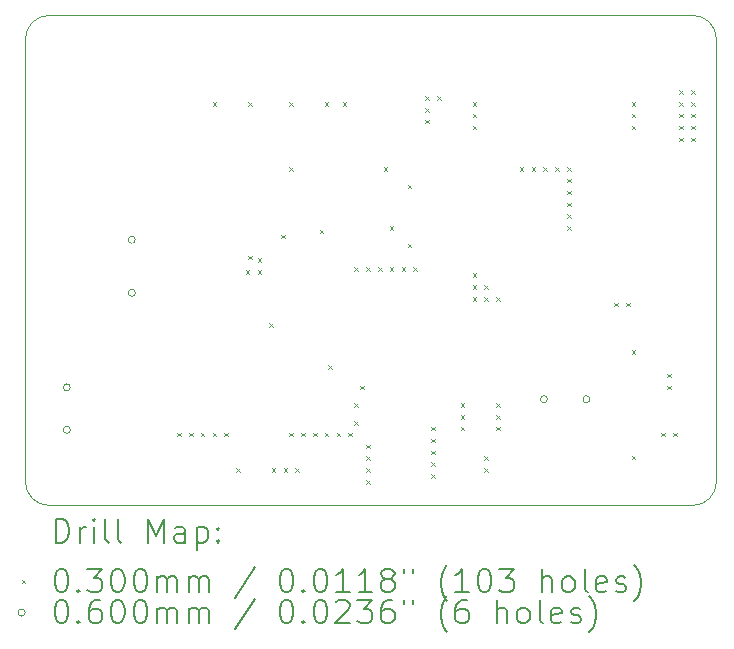
<source format=gbr>
%TF.GenerationSoftware,KiCad,Pcbnew,9.0.3*%
%TF.CreationDate,2025-09-14T12:06:08+10:00*%
%TF.ProjectId,WashingLineMonitor-P0001,57617368-696e-4674-9c69-6e654d6f6e69,AB*%
%TF.SameCoordinates,Original*%
%TF.FileFunction,Drillmap*%
%TF.FilePolarity,Positive*%
%FSLAX45Y45*%
G04 Gerber Fmt 4.5, Leading zero omitted, Abs format (unit mm)*
G04 Created by KiCad (PCBNEW 9.0.3) date 2025-09-14 12:06:08*
%MOMM*%
%LPD*%
G01*
G04 APERTURE LIST*
%ADD10C,0.050000*%
%ADD11C,0.200000*%
%ADD12C,0.100000*%
G04 APERTURE END LIST*
D10*
X3700000Y-1600000D02*
G75*
G02*
X3900000Y-1400000I200000J0D01*
G01*
X3900000Y-5550000D02*
G75*
G02*
X3700000Y-5350000I0J200000D01*
G01*
X9350000Y-5550000D02*
X3900000Y-5550000D01*
X9550000Y-1600000D02*
X9550000Y-5350000D01*
X9550000Y-5350000D02*
G75*
G02*
X9350000Y-5550000I-200000J0D01*
G01*
X3900000Y-1400000D02*
X9350000Y-1400000D01*
X3700000Y-5350000D02*
X3700000Y-1600000D01*
X9350000Y-1400000D02*
G75*
G02*
X9550000Y-1600000I0J-200000D01*
G01*
D11*
D12*
X4985000Y-4935000D02*
X5015000Y-4965000D01*
X5015000Y-4935000D02*
X4985000Y-4965000D01*
X5085000Y-4935000D02*
X5115000Y-4965000D01*
X5115000Y-4935000D02*
X5085000Y-4965000D01*
X5185000Y-4935000D02*
X5215000Y-4965000D01*
X5215000Y-4935000D02*
X5185000Y-4965000D01*
X5285000Y-2135000D02*
X5315000Y-2165000D01*
X5315000Y-2135000D02*
X5285000Y-2165000D01*
X5285000Y-4935000D02*
X5315000Y-4965000D01*
X5315000Y-4935000D02*
X5285000Y-4965000D01*
X5385000Y-4935000D02*
X5415000Y-4965000D01*
X5415000Y-4935000D02*
X5385000Y-4965000D01*
X5485000Y-5235000D02*
X5515000Y-5265000D01*
X5515000Y-5235000D02*
X5485000Y-5265000D01*
X5565000Y-3556000D02*
X5595000Y-3586000D01*
X5595000Y-3556000D02*
X5565000Y-3586000D01*
X5585000Y-2135000D02*
X5615000Y-2165000D01*
X5615000Y-2135000D02*
X5585000Y-2165000D01*
X5585000Y-3435000D02*
X5615000Y-3465000D01*
X5615000Y-3435000D02*
X5585000Y-3465000D01*
X5665000Y-3456000D02*
X5695000Y-3486000D01*
X5695000Y-3456000D02*
X5665000Y-3486000D01*
X5665000Y-3556000D02*
X5695000Y-3586000D01*
X5695000Y-3556000D02*
X5665000Y-3586000D01*
X5765000Y-4006000D02*
X5795000Y-4036000D01*
X5795000Y-4006000D02*
X5765000Y-4036000D01*
X5785000Y-5235000D02*
X5815000Y-5265000D01*
X5815000Y-5235000D02*
X5785000Y-5265000D01*
X5865000Y-3256000D02*
X5895000Y-3286000D01*
X5895000Y-3256000D02*
X5865000Y-3286000D01*
X5885000Y-5235000D02*
X5915000Y-5265000D01*
X5915000Y-5235000D02*
X5885000Y-5265000D01*
X5935000Y-2135000D02*
X5965000Y-2165000D01*
X5965000Y-2135000D02*
X5935000Y-2165000D01*
X5935000Y-2685000D02*
X5965000Y-2715000D01*
X5965000Y-2685000D02*
X5935000Y-2715000D01*
X5935000Y-4935000D02*
X5965000Y-4965000D01*
X5965000Y-4935000D02*
X5935000Y-4965000D01*
X5985000Y-5235000D02*
X6015000Y-5265000D01*
X6015000Y-5235000D02*
X5985000Y-5265000D01*
X6035000Y-4935000D02*
X6065000Y-4965000D01*
X6065000Y-4935000D02*
X6035000Y-4965000D01*
X6135000Y-4935000D02*
X6165000Y-4965000D01*
X6165000Y-4935000D02*
X6135000Y-4965000D01*
X6190626Y-3214226D02*
X6220626Y-3244226D01*
X6220626Y-3214226D02*
X6190626Y-3244226D01*
X6235000Y-2135000D02*
X6265000Y-2165000D01*
X6265000Y-2135000D02*
X6235000Y-2165000D01*
X6235000Y-4935000D02*
X6265000Y-4965000D01*
X6265000Y-4935000D02*
X6235000Y-4965000D01*
X6265000Y-4363500D02*
X6295000Y-4393500D01*
X6295000Y-4363500D02*
X6265000Y-4393500D01*
X6335000Y-4935000D02*
X6365000Y-4965000D01*
X6365000Y-4935000D02*
X6335000Y-4965000D01*
X6385000Y-2135000D02*
X6415000Y-2165000D01*
X6415000Y-2135000D02*
X6385000Y-2165000D01*
X6435000Y-4935000D02*
X6465000Y-4965000D01*
X6465000Y-4935000D02*
X6435000Y-4965000D01*
X6485000Y-3535000D02*
X6515000Y-3565000D01*
X6515000Y-3535000D02*
X6485000Y-3565000D01*
X6485000Y-4685000D02*
X6515000Y-4715000D01*
X6515000Y-4685000D02*
X6485000Y-4715000D01*
X6485000Y-4835000D02*
X6515000Y-4865000D01*
X6515000Y-4835000D02*
X6485000Y-4865000D01*
X6535000Y-4535000D02*
X6565000Y-4565000D01*
X6565000Y-4535000D02*
X6535000Y-4565000D01*
X6585000Y-3535000D02*
X6615000Y-3565000D01*
X6615000Y-3535000D02*
X6585000Y-3565000D01*
X6585000Y-5035000D02*
X6615000Y-5065000D01*
X6615000Y-5035000D02*
X6585000Y-5065000D01*
X6585000Y-5135000D02*
X6615000Y-5165000D01*
X6615000Y-5135000D02*
X6585000Y-5165000D01*
X6585000Y-5235000D02*
X6615000Y-5265000D01*
X6615000Y-5235000D02*
X6585000Y-5265000D01*
X6585000Y-5335000D02*
X6615000Y-5365000D01*
X6615000Y-5335000D02*
X6585000Y-5365000D01*
X6685000Y-3535000D02*
X6715000Y-3565000D01*
X6715000Y-3535000D02*
X6685000Y-3565000D01*
X6735000Y-2685000D02*
X6765000Y-2715000D01*
X6765000Y-2685000D02*
X6735000Y-2715000D01*
X6785000Y-3185000D02*
X6815000Y-3215000D01*
X6815000Y-3185000D02*
X6785000Y-3215000D01*
X6785000Y-3535000D02*
X6815000Y-3565000D01*
X6815000Y-3535000D02*
X6785000Y-3565000D01*
X6885000Y-3535000D02*
X6915000Y-3565000D01*
X6915000Y-3535000D02*
X6885000Y-3565000D01*
X6935000Y-2835000D02*
X6965000Y-2865000D01*
X6965000Y-2835000D02*
X6935000Y-2865000D01*
X6935000Y-3335000D02*
X6965000Y-3365000D01*
X6965000Y-3335000D02*
X6935000Y-3365000D01*
X6985000Y-3535000D02*
X7015000Y-3565000D01*
X7015000Y-3535000D02*
X6985000Y-3565000D01*
X7085000Y-2085000D02*
X7115000Y-2115000D01*
X7115000Y-2085000D02*
X7085000Y-2115000D01*
X7085000Y-2185000D02*
X7115000Y-2215000D01*
X7115000Y-2185000D02*
X7085000Y-2215000D01*
X7085000Y-2285000D02*
X7115000Y-2315000D01*
X7115000Y-2285000D02*
X7085000Y-2315000D01*
X7135000Y-4885000D02*
X7165000Y-4915000D01*
X7165000Y-4885000D02*
X7135000Y-4915000D01*
X7135000Y-4985000D02*
X7165000Y-5015000D01*
X7165000Y-4985000D02*
X7135000Y-5015000D01*
X7135000Y-5085000D02*
X7165000Y-5115000D01*
X7165000Y-5085000D02*
X7135000Y-5115000D01*
X7135000Y-5185000D02*
X7165000Y-5215000D01*
X7165000Y-5185000D02*
X7135000Y-5215000D01*
X7135000Y-5285000D02*
X7165000Y-5315000D01*
X7165000Y-5285000D02*
X7135000Y-5315000D01*
X7185000Y-2085000D02*
X7215000Y-2115000D01*
X7215000Y-2085000D02*
X7185000Y-2115000D01*
X7385000Y-4685000D02*
X7415000Y-4715000D01*
X7415000Y-4685000D02*
X7385000Y-4715000D01*
X7385000Y-4785000D02*
X7415000Y-4815000D01*
X7415000Y-4785000D02*
X7385000Y-4815000D01*
X7385000Y-4885000D02*
X7415000Y-4915000D01*
X7415000Y-4885000D02*
X7385000Y-4915000D01*
X7485000Y-2135000D02*
X7515000Y-2165000D01*
X7515000Y-2135000D02*
X7485000Y-2165000D01*
X7485000Y-2235000D02*
X7515000Y-2265000D01*
X7515000Y-2235000D02*
X7485000Y-2265000D01*
X7485000Y-2335000D02*
X7515000Y-2365000D01*
X7515000Y-2335000D02*
X7485000Y-2365000D01*
X7485000Y-3585000D02*
X7515000Y-3615000D01*
X7515000Y-3585000D02*
X7485000Y-3615000D01*
X7485000Y-3685000D02*
X7515000Y-3715000D01*
X7515000Y-3685000D02*
X7485000Y-3715000D01*
X7485000Y-3785000D02*
X7515000Y-3815000D01*
X7515000Y-3785000D02*
X7485000Y-3815000D01*
X7585000Y-3685000D02*
X7615000Y-3715000D01*
X7615000Y-3685000D02*
X7585000Y-3715000D01*
X7585000Y-3785000D02*
X7615000Y-3815000D01*
X7615000Y-3785000D02*
X7585000Y-3815000D01*
X7585000Y-5135000D02*
X7615000Y-5165000D01*
X7615000Y-5135000D02*
X7585000Y-5165000D01*
X7585000Y-5235000D02*
X7615000Y-5265000D01*
X7615000Y-5235000D02*
X7585000Y-5265000D01*
X7685000Y-3785000D02*
X7715000Y-3815000D01*
X7715000Y-3785000D02*
X7685000Y-3815000D01*
X7685000Y-4685000D02*
X7715000Y-4715000D01*
X7715000Y-4685000D02*
X7685000Y-4715000D01*
X7685000Y-4785000D02*
X7715000Y-4815000D01*
X7715000Y-4785000D02*
X7685000Y-4815000D01*
X7685000Y-4885000D02*
X7715000Y-4915000D01*
X7715000Y-4885000D02*
X7685000Y-4915000D01*
X7885000Y-2685000D02*
X7915000Y-2715000D01*
X7915000Y-2685000D02*
X7885000Y-2715000D01*
X7985000Y-2685000D02*
X8015000Y-2715000D01*
X8015000Y-2685000D02*
X7985000Y-2715000D01*
X8085000Y-2685000D02*
X8115000Y-2715000D01*
X8115000Y-2685000D02*
X8085000Y-2715000D01*
X8185000Y-2685000D02*
X8215000Y-2715000D01*
X8215000Y-2685000D02*
X8185000Y-2715000D01*
X8285000Y-2685000D02*
X8315000Y-2715000D01*
X8315000Y-2685000D02*
X8285000Y-2715000D01*
X8285000Y-2785000D02*
X8315000Y-2815000D01*
X8315000Y-2785000D02*
X8285000Y-2815000D01*
X8285000Y-2885000D02*
X8315000Y-2915000D01*
X8315000Y-2885000D02*
X8285000Y-2915000D01*
X8285000Y-2985000D02*
X8315000Y-3015000D01*
X8315000Y-2985000D02*
X8285000Y-3015000D01*
X8285000Y-3085000D02*
X8315000Y-3115000D01*
X8315000Y-3085000D02*
X8285000Y-3115000D01*
X8285000Y-3185000D02*
X8315000Y-3215000D01*
X8315000Y-3185000D02*
X8285000Y-3215000D01*
X8685000Y-3835000D02*
X8715000Y-3865000D01*
X8715000Y-3835000D02*
X8685000Y-3865000D01*
X8785000Y-3835000D02*
X8815000Y-3865000D01*
X8815000Y-3835000D02*
X8785000Y-3865000D01*
X8835000Y-2135000D02*
X8865000Y-2165000D01*
X8865000Y-2135000D02*
X8835000Y-2165000D01*
X8835000Y-2235000D02*
X8865000Y-2265000D01*
X8865000Y-2235000D02*
X8835000Y-2265000D01*
X8835000Y-2335000D02*
X8865000Y-2365000D01*
X8865000Y-2335000D02*
X8835000Y-2365000D01*
X8835000Y-4235000D02*
X8865000Y-4265000D01*
X8865000Y-4235000D02*
X8835000Y-4265000D01*
X8835000Y-5130000D02*
X8865000Y-5160000D01*
X8865000Y-5130000D02*
X8835000Y-5160000D01*
X9085000Y-4935000D02*
X9115000Y-4965000D01*
X9115000Y-4935000D02*
X9085000Y-4965000D01*
X9135000Y-4435000D02*
X9165000Y-4465000D01*
X9165000Y-4435000D02*
X9135000Y-4465000D01*
X9135000Y-4535000D02*
X9165000Y-4565000D01*
X9165000Y-4535000D02*
X9135000Y-4565000D01*
X9185000Y-4935000D02*
X9215000Y-4965000D01*
X9215000Y-4935000D02*
X9185000Y-4965000D01*
X9235000Y-2035000D02*
X9265000Y-2065000D01*
X9265000Y-2035000D02*
X9235000Y-2065000D01*
X9235000Y-2135000D02*
X9265000Y-2165000D01*
X9265000Y-2135000D02*
X9235000Y-2165000D01*
X9235000Y-2235000D02*
X9265000Y-2265000D01*
X9265000Y-2235000D02*
X9235000Y-2265000D01*
X9235000Y-2335000D02*
X9265000Y-2365000D01*
X9265000Y-2335000D02*
X9235000Y-2365000D01*
X9235000Y-2435000D02*
X9265000Y-2465000D01*
X9265000Y-2435000D02*
X9235000Y-2465000D01*
X9335000Y-2035000D02*
X9365000Y-2065000D01*
X9365000Y-2035000D02*
X9335000Y-2065000D01*
X9335000Y-2135000D02*
X9365000Y-2165000D01*
X9365000Y-2135000D02*
X9335000Y-2165000D01*
X9335000Y-2235000D02*
X9365000Y-2265000D01*
X9365000Y-2235000D02*
X9335000Y-2265000D01*
X9335000Y-2335000D02*
X9365000Y-2365000D01*
X9365000Y-2335000D02*
X9335000Y-2365000D01*
X9335000Y-2435000D02*
X9365000Y-2465000D01*
X9365000Y-2435000D02*
X9335000Y-2465000D01*
X4080000Y-4550000D02*
G75*
G02*
X4020000Y-4550000I-30000J0D01*
G01*
X4020000Y-4550000D02*
G75*
G02*
X4080000Y-4550000I30000J0D01*
G01*
X4080000Y-4910000D02*
G75*
G02*
X4020000Y-4910000I-30000J0D01*
G01*
X4020000Y-4910000D02*
G75*
G02*
X4080000Y-4910000I30000J0D01*
G01*
X4630000Y-3300000D02*
G75*
G02*
X4570000Y-3300000I-30000J0D01*
G01*
X4570000Y-3300000D02*
G75*
G02*
X4630000Y-3300000I30000J0D01*
G01*
X4630000Y-3750000D02*
G75*
G02*
X4570000Y-3750000I-30000J0D01*
G01*
X4570000Y-3750000D02*
G75*
G02*
X4630000Y-3750000I30000J0D01*
G01*
X8120000Y-4650000D02*
G75*
G02*
X8060000Y-4650000I-30000J0D01*
G01*
X8060000Y-4650000D02*
G75*
G02*
X8120000Y-4650000I30000J0D01*
G01*
X8480000Y-4650000D02*
G75*
G02*
X8420000Y-4650000I-30000J0D01*
G01*
X8420000Y-4650000D02*
G75*
G02*
X8480000Y-4650000I30000J0D01*
G01*
D11*
X3958277Y-5863984D02*
X3958277Y-5663984D01*
X3958277Y-5663984D02*
X4005896Y-5663984D01*
X4005896Y-5663984D02*
X4034467Y-5673508D01*
X4034467Y-5673508D02*
X4053515Y-5692555D01*
X4053515Y-5692555D02*
X4063039Y-5711603D01*
X4063039Y-5711603D02*
X4072562Y-5749698D01*
X4072562Y-5749698D02*
X4072562Y-5778269D01*
X4072562Y-5778269D02*
X4063039Y-5816365D01*
X4063039Y-5816365D02*
X4053515Y-5835412D01*
X4053515Y-5835412D02*
X4034467Y-5854460D01*
X4034467Y-5854460D02*
X4005896Y-5863984D01*
X4005896Y-5863984D02*
X3958277Y-5863984D01*
X4158277Y-5863984D02*
X4158277Y-5730650D01*
X4158277Y-5768746D02*
X4167801Y-5749698D01*
X4167801Y-5749698D02*
X4177324Y-5740174D01*
X4177324Y-5740174D02*
X4196372Y-5730650D01*
X4196372Y-5730650D02*
X4215420Y-5730650D01*
X4282086Y-5863984D02*
X4282086Y-5730650D01*
X4282086Y-5663984D02*
X4272563Y-5673508D01*
X4272563Y-5673508D02*
X4282086Y-5683031D01*
X4282086Y-5683031D02*
X4291610Y-5673508D01*
X4291610Y-5673508D02*
X4282086Y-5663984D01*
X4282086Y-5663984D02*
X4282086Y-5683031D01*
X4405896Y-5863984D02*
X4386848Y-5854460D01*
X4386848Y-5854460D02*
X4377324Y-5835412D01*
X4377324Y-5835412D02*
X4377324Y-5663984D01*
X4510658Y-5863984D02*
X4491610Y-5854460D01*
X4491610Y-5854460D02*
X4482086Y-5835412D01*
X4482086Y-5835412D02*
X4482086Y-5663984D01*
X4739229Y-5863984D02*
X4739229Y-5663984D01*
X4739229Y-5663984D02*
X4805896Y-5806841D01*
X4805896Y-5806841D02*
X4872563Y-5663984D01*
X4872563Y-5663984D02*
X4872563Y-5863984D01*
X5053515Y-5863984D02*
X5053515Y-5759222D01*
X5053515Y-5759222D02*
X5043991Y-5740174D01*
X5043991Y-5740174D02*
X5024944Y-5730650D01*
X5024944Y-5730650D02*
X4986848Y-5730650D01*
X4986848Y-5730650D02*
X4967801Y-5740174D01*
X5053515Y-5854460D02*
X5034467Y-5863984D01*
X5034467Y-5863984D02*
X4986848Y-5863984D01*
X4986848Y-5863984D02*
X4967801Y-5854460D01*
X4967801Y-5854460D02*
X4958277Y-5835412D01*
X4958277Y-5835412D02*
X4958277Y-5816365D01*
X4958277Y-5816365D02*
X4967801Y-5797317D01*
X4967801Y-5797317D02*
X4986848Y-5787793D01*
X4986848Y-5787793D02*
X5034467Y-5787793D01*
X5034467Y-5787793D02*
X5053515Y-5778269D01*
X5148753Y-5730650D02*
X5148753Y-5930650D01*
X5148753Y-5740174D02*
X5167801Y-5730650D01*
X5167801Y-5730650D02*
X5205896Y-5730650D01*
X5205896Y-5730650D02*
X5224944Y-5740174D01*
X5224944Y-5740174D02*
X5234467Y-5749698D01*
X5234467Y-5749698D02*
X5243991Y-5768746D01*
X5243991Y-5768746D02*
X5243991Y-5825888D01*
X5243991Y-5825888D02*
X5234467Y-5844936D01*
X5234467Y-5844936D02*
X5224944Y-5854460D01*
X5224944Y-5854460D02*
X5205896Y-5863984D01*
X5205896Y-5863984D02*
X5167801Y-5863984D01*
X5167801Y-5863984D02*
X5148753Y-5854460D01*
X5329705Y-5844936D02*
X5339229Y-5854460D01*
X5339229Y-5854460D02*
X5329705Y-5863984D01*
X5329705Y-5863984D02*
X5320182Y-5854460D01*
X5320182Y-5854460D02*
X5329705Y-5844936D01*
X5329705Y-5844936D02*
X5329705Y-5863984D01*
X5329705Y-5740174D02*
X5339229Y-5749698D01*
X5339229Y-5749698D02*
X5329705Y-5759222D01*
X5329705Y-5759222D02*
X5320182Y-5749698D01*
X5320182Y-5749698D02*
X5329705Y-5740174D01*
X5329705Y-5740174D02*
X5329705Y-5759222D01*
D12*
X3667500Y-6177500D02*
X3697500Y-6207500D01*
X3697500Y-6177500D02*
X3667500Y-6207500D01*
D11*
X3996372Y-6083984D02*
X4015420Y-6083984D01*
X4015420Y-6083984D02*
X4034467Y-6093508D01*
X4034467Y-6093508D02*
X4043991Y-6103031D01*
X4043991Y-6103031D02*
X4053515Y-6122079D01*
X4053515Y-6122079D02*
X4063039Y-6160174D01*
X4063039Y-6160174D02*
X4063039Y-6207793D01*
X4063039Y-6207793D02*
X4053515Y-6245888D01*
X4053515Y-6245888D02*
X4043991Y-6264936D01*
X4043991Y-6264936D02*
X4034467Y-6274460D01*
X4034467Y-6274460D02*
X4015420Y-6283984D01*
X4015420Y-6283984D02*
X3996372Y-6283984D01*
X3996372Y-6283984D02*
X3977324Y-6274460D01*
X3977324Y-6274460D02*
X3967801Y-6264936D01*
X3967801Y-6264936D02*
X3958277Y-6245888D01*
X3958277Y-6245888D02*
X3948753Y-6207793D01*
X3948753Y-6207793D02*
X3948753Y-6160174D01*
X3948753Y-6160174D02*
X3958277Y-6122079D01*
X3958277Y-6122079D02*
X3967801Y-6103031D01*
X3967801Y-6103031D02*
X3977324Y-6093508D01*
X3977324Y-6093508D02*
X3996372Y-6083984D01*
X4148753Y-6264936D02*
X4158277Y-6274460D01*
X4158277Y-6274460D02*
X4148753Y-6283984D01*
X4148753Y-6283984D02*
X4139229Y-6274460D01*
X4139229Y-6274460D02*
X4148753Y-6264936D01*
X4148753Y-6264936D02*
X4148753Y-6283984D01*
X4224944Y-6083984D02*
X4348753Y-6083984D01*
X4348753Y-6083984D02*
X4282086Y-6160174D01*
X4282086Y-6160174D02*
X4310658Y-6160174D01*
X4310658Y-6160174D02*
X4329705Y-6169698D01*
X4329705Y-6169698D02*
X4339229Y-6179222D01*
X4339229Y-6179222D02*
X4348753Y-6198269D01*
X4348753Y-6198269D02*
X4348753Y-6245888D01*
X4348753Y-6245888D02*
X4339229Y-6264936D01*
X4339229Y-6264936D02*
X4329705Y-6274460D01*
X4329705Y-6274460D02*
X4310658Y-6283984D01*
X4310658Y-6283984D02*
X4253515Y-6283984D01*
X4253515Y-6283984D02*
X4234467Y-6274460D01*
X4234467Y-6274460D02*
X4224944Y-6264936D01*
X4472563Y-6083984D02*
X4491610Y-6083984D01*
X4491610Y-6083984D02*
X4510658Y-6093508D01*
X4510658Y-6093508D02*
X4520182Y-6103031D01*
X4520182Y-6103031D02*
X4529705Y-6122079D01*
X4529705Y-6122079D02*
X4539229Y-6160174D01*
X4539229Y-6160174D02*
X4539229Y-6207793D01*
X4539229Y-6207793D02*
X4529705Y-6245888D01*
X4529705Y-6245888D02*
X4520182Y-6264936D01*
X4520182Y-6264936D02*
X4510658Y-6274460D01*
X4510658Y-6274460D02*
X4491610Y-6283984D01*
X4491610Y-6283984D02*
X4472563Y-6283984D01*
X4472563Y-6283984D02*
X4453515Y-6274460D01*
X4453515Y-6274460D02*
X4443991Y-6264936D01*
X4443991Y-6264936D02*
X4434467Y-6245888D01*
X4434467Y-6245888D02*
X4424944Y-6207793D01*
X4424944Y-6207793D02*
X4424944Y-6160174D01*
X4424944Y-6160174D02*
X4434467Y-6122079D01*
X4434467Y-6122079D02*
X4443991Y-6103031D01*
X4443991Y-6103031D02*
X4453515Y-6093508D01*
X4453515Y-6093508D02*
X4472563Y-6083984D01*
X4663039Y-6083984D02*
X4682086Y-6083984D01*
X4682086Y-6083984D02*
X4701134Y-6093508D01*
X4701134Y-6093508D02*
X4710658Y-6103031D01*
X4710658Y-6103031D02*
X4720182Y-6122079D01*
X4720182Y-6122079D02*
X4729705Y-6160174D01*
X4729705Y-6160174D02*
X4729705Y-6207793D01*
X4729705Y-6207793D02*
X4720182Y-6245888D01*
X4720182Y-6245888D02*
X4710658Y-6264936D01*
X4710658Y-6264936D02*
X4701134Y-6274460D01*
X4701134Y-6274460D02*
X4682086Y-6283984D01*
X4682086Y-6283984D02*
X4663039Y-6283984D01*
X4663039Y-6283984D02*
X4643991Y-6274460D01*
X4643991Y-6274460D02*
X4634467Y-6264936D01*
X4634467Y-6264936D02*
X4624944Y-6245888D01*
X4624944Y-6245888D02*
X4615420Y-6207793D01*
X4615420Y-6207793D02*
X4615420Y-6160174D01*
X4615420Y-6160174D02*
X4624944Y-6122079D01*
X4624944Y-6122079D02*
X4634467Y-6103031D01*
X4634467Y-6103031D02*
X4643991Y-6093508D01*
X4643991Y-6093508D02*
X4663039Y-6083984D01*
X4815420Y-6283984D02*
X4815420Y-6150650D01*
X4815420Y-6169698D02*
X4824944Y-6160174D01*
X4824944Y-6160174D02*
X4843991Y-6150650D01*
X4843991Y-6150650D02*
X4872563Y-6150650D01*
X4872563Y-6150650D02*
X4891610Y-6160174D01*
X4891610Y-6160174D02*
X4901134Y-6179222D01*
X4901134Y-6179222D02*
X4901134Y-6283984D01*
X4901134Y-6179222D02*
X4910658Y-6160174D01*
X4910658Y-6160174D02*
X4929705Y-6150650D01*
X4929705Y-6150650D02*
X4958277Y-6150650D01*
X4958277Y-6150650D02*
X4977325Y-6160174D01*
X4977325Y-6160174D02*
X4986848Y-6179222D01*
X4986848Y-6179222D02*
X4986848Y-6283984D01*
X5082086Y-6283984D02*
X5082086Y-6150650D01*
X5082086Y-6169698D02*
X5091610Y-6160174D01*
X5091610Y-6160174D02*
X5110658Y-6150650D01*
X5110658Y-6150650D02*
X5139229Y-6150650D01*
X5139229Y-6150650D02*
X5158277Y-6160174D01*
X5158277Y-6160174D02*
X5167801Y-6179222D01*
X5167801Y-6179222D02*
X5167801Y-6283984D01*
X5167801Y-6179222D02*
X5177325Y-6160174D01*
X5177325Y-6160174D02*
X5196372Y-6150650D01*
X5196372Y-6150650D02*
X5224944Y-6150650D01*
X5224944Y-6150650D02*
X5243991Y-6160174D01*
X5243991Y-6160174D02*
X5253515Y-6179222D01*
X5253515Y-6179222D02*
X5253515Y-6283984D01*
X5643991Y-6074460D02*
X5472563Y-6331603D01*
X5901134Y-6083984D02*
X5920182Y-6083984D01*
X5920182Y-6083984D02*
X5939229Y-6093508D01*
X5939229Y-6093508D02*
X5948753Y-6103031D01*
X5948753Y-6103031D02*
X5958277Y-6122079D01*
X5958277Y-6122079D02*
X5967801Y-6160174D01*
X5967801Y-6160174D02*
X5967801Y-6207793D01*
X5967801Y-6207793D02*
X5958277Y-6245888D01*
X5958277Y-6245888D02*
X5948753Y-6264936D01*
X5948753Y-6264936D02*
X5939229Y-6274460D01*
X5939229Y-6274460D02*
X5920182Y-6283984D01*
X5920182Y-6283984D02*
X5901134Y-6283984D01*
X5901134Y-6283984D02*
X5882086Y-6274460D01*
X5882086Y-6274460D02*
X5872563Y-6264936D01*
X5872563Y-6264936D02*
X5863039Y-6245888D01*
X5863039Y-6245888D02*
X5853515Y-6207793D01*
X5853515Y-6207793D02*
X5853515Y-6160174D01*
X5853515Y-6160174D02*
X5863039Y-6122079D01*
X5863039Y-6122079D02*
X5872563Y-6103031D01*
X5872563Y-6103031D02*
X5882086Y-6093508D01*
X5882086Y-6093508D02*
X5901134Y-6083984D01*
X6053515Y-6264936D02*
X6063039Y-6274460D01*
X6063039Y-6274460D02*
X6053515Y-6283984D01*
X6053515Y-6283984D02*
X6043991Y-6274460D01*
X6043991Y-6274460D02*
X6053515Y-6264936D01*
X6053515Y-6264936D02*
X6053515Y-6283984D01*
X6186848Y-6083984D02*
X6205896Y-6083984D01*
X6205896Y-6083984D02*
X6224944Y-6093508D01*
X6224944Y-6093508D02*
X6234467Y-6103031D01*
X6234467Y-6103031D02*
X6243991Y-6122079D01*
X6243991Y-6122079D02*
X6253515Y-6160174D01*
X6253515Y-6160174D02*
X6253515Y-6207793D01*
X6253515Y-6207793D02*
X6243991Y-6245888D01*
X6243991Y-6245888D02*
X6234467Y-6264936D01*
X6234467Y-6264936D02*
X6224944Y-6274460D01*
X6224944Y-6274460D02*
X6205896Y-6283984D01*
X6205896Y-6283984D02*
X6186848Y-6283984D01*
X6186848Y-6283984D02*
X6167801Y-6274460D01*
X6167801Y-6274460D02*
X6158277Y-6264936D01*
X6158277Y-6264936D02*
X6148753Y-6245888D01*
X6148753Y-6245888D02*
X6139229Y-6207793D01*
X6139229Y-6207793D02*
X6139229Y-6160174D01*
X6139229Y-6160174D02*
X6148753Y-6122079D01*
X6148753Y-6122079D02*
X6158277Y-6103031D01*
X6158277Y-6103031D02*
X6167801Y-6093508D01*
X6167801Y-6093508D02*
X6186848Y-6083984D01*
X6443991Y-6283984D02*
X6329706Y-6283984D01*
X6386848Y-6283984D02*
X6386848Y-6083984D01*
X6386848Y-6083984D02*
X6367801Y-6112555D01*
X6367801Y-6112555D02*
X6348753Y-6131603D01*
X6348753Y-6131603D02*
X6329706Y-6141127D01*
X6634467Y-6283984D02*
X6520182Y-6283984D01*
X6577325Y-6283984D02*
X6577325Y-6083984D01*
X6577325Y-6083984D02*
X6558277Y-6112555D01*
X6558277Y-6112555D02*
X6539229Y-6131603D01*
X6539229Y-6131603D02*
X6520182Y-6141127D01*
X6748753Y-6169698D02*
X6729706Y-6160174D01*
X6729706Y-6160174D02*
X6720182Y-6150650D01*
X6720182Y-6150650D02*
X6710658Y-6131603D01*
X6710658Y-6131603D02*
X6710658Y-6122079D01*
X6710658Y-6122079D02*
X6720182Y-6103031D01*
X6720182Y-6103031D02*
X6729706Y-6093508D01*
X6729706Y-6093508D02*
X6748753Y-6083984D01*
X6748753Y-6083984D02*
X6786848Y-6083984D01*
X6786848Y-6083984D02*
X6805896Y-6093508D01*
X6805896Y-6093508D02*
X6815420Y-6103031D01*
X6815420Y-6103031D02*
X6824944Y-6122079D01*
X6824944Y-6122079D02*
X6824944Y-6131603D01*
X6824944Y-6131603D02*
X6815420Y-6150650D01*
X6815420Y-6150650D02*
X6805896Y-6160174D01*
X6805896Y-6160174D02*
X6786848Y-6169698D01*
X6786848Y-6169698D02*
X6748753Y-6169698D01*
X6748753Y-6169698D02*
X6729706Y-6179222D01*
X6729706Y-6179222D02*
X6720182Y-6188746D01*
X6720182Y-6188746D02*
X6710658Y-6207793D01*
X6710658Y-6207793D02*
X6710658Y-6245888D01*
X6710658Y-6245888D02*
X6720182Y-6264936D01*
X6720182Y-6264936D02*
X6729706Y-6274460D01*
X6729706Y-6274460D02*
X6748753Y-6283984D01*
X6748753Y-6283984D02*
X6786848Y-6283984D01*
X6786848Y-6283984D02*
X6805896Y-6274460D01*
X6805896Y-6274460D02*
X6815420Y-6264936D01*
X6815420Y-6264936D02*
X6824944Y-6245888D01*
X6824944Y-6245888D02*
X6824944Y-6207793D01*
X6824944Y-6207793D02*
X6815420Y-6188746D01*
X6815420Y-6188746D02*
X6805896Y-6179222D01*
X6805896Y-6179222D02*
X6786848Y-6169698D01*
X6901134Y-6083984D02*
X6901134Y-6122079D01*
X6977325Y-6083984D02*
X6977325Y-6122079D01*
X7272563Y-6360174D02*
X7263039Y-6350650D01*
X7263039Y-6350650D02*
X7243991Y-6322079D01*
X7243991Y-6322079D02*
X7234468Y-6303031D01*
X7234468Y-6303031D02*
X7224944Y-6274460D01*
X7224944Y-6274460D02*
X7215420Y-6226841D01*
X7215420Y-6226841D02*
X7215420Y-6188746D01*
X7215420Y-6188746D02*
X7224944Y-6141127D01*
X7224944Y-6141127D02*
X7234468Y-6112555D01*
X7234468Y-6112555D02*
X7243991Y-6093508D01*
X7243991Y-6093508D02*
X7263039Y-6064936D01*
X7263039Y-6064936D02*
X7272563Y-6055412D01*
X7453515Y-6283984D02*
X7339229Y-6283984D01*
X7396372Y-6283984D02*
X7396372Y-6083984D01*
X7396372Y-6083984D02*
X7377325Y-6112555D01*
X7377325Y-6112555D02*
X7358277Y-6131603D01*
X7358277Y-6131603D02*
X7339229Y-6141127D01*
X7577325Y-6083984D02*
X7596372Y-6083984D01*
X7596372Y-6083984D02*
X7615420Y-6093508D01*
X7615420Y-6093508D02*
X7624944Y-6103031D01*
X7624944Y-6103031D02*
X7634468Y-6122079D01*
X7634468Y-6122079D02*
X7643991Y-6160174D01*
X7643991Y-6160174D02*
X7643991Y-6207793D01*
X7643991Y-6207793D02*
X7634468Y-6245888D01*
X7634468Y-6245888D02*
X7624944Y-6264936D01*
X7624944Y-6264936D02*
X7615420Y-6274460D01*
X7615420Y-6274460D02*
X7596372Y-6283984D01*
X7596372Y-6283984D02*
X7577325Y-6283984D01*
X7577325Y-6283984D02*
X7558277Y-6274460D01*
X7558277Y-6274460D02*
X7548753Y-6264936D01*
X7548753Y-6264936D02*
X7539229Y-6245888D01*
X7539229Y-6245888D02*
X7529706Y-6207793D01*
X7529706Y-6207793D02*
X7529706Y-6160174D01*
X7529706Y-6160174D02*
X7539229Y-6122079D01*
X7539229Y-6122079D02*
X7548753Y-6103031D01*
X7548753Y-6103031D02*
X7558277Y-6093508D01*
X7558277Y-6093508D02*
X7577325Y-6083984D01*
X7710658Y-6083984D02*
X7834468Y-6083984D01*
X7834468Y-6083984D02*
X7767801Y-6160174D01*
X7767801Y-6160174D02*
X7796372Y-6160174D01*
X7796372Y-6160174D02*
X7815420Y-6169698D01*
X7815420Y-6169698D02*
X7824944Y-6179222D01*
X7824944Y-6179222D02*
X7834468Y-6198269D01*
X7834468Y-6198269D02*
X7834468Y-6245888D01*
X7834468Y-6245888D02*
X7824944Y-6264936D01*
X7824944Y-6264936D02*
X7815420Y-6274460D01*
X7815420Y-6274460D02*
X7796372Y-6283984D01*
X7796372Y-6283984D02*
X7739229Y-6283984D01*
X7739229Y-6283984D02*
X7720182Y-6274460D01*
X7720182Y-6274460D02*
X7710658Y-6264936D01*
X8072563Y-6283984D02*
X8072563Y-6083984D01*
X8158277Y-6283984D02*
X8158277Y-6179222D01*
X8158277Y-6179222D02*
X8148753Y-6160174D01*
X8148753Y-6160174D02*
X8129706Y-6150650D01*
X8129706Y-6150650D02*
X8101134Y-6150650D01*
X8101134Y-6150650D02*
X8082087Y-6160174D01*
X8082087Y-6160174D02*
X8072563Y-6169698D01*
X8282087Y-6283984D02*
X8263039Y-6274460D01*
X8263039Y-6274460D02*
X8253515Y-6264936D01*
X8253515Y-6264936D02*
X8243991Y-6245888D01*
X8243991Y-6245888D02*
X8243991Y-6188746D01*
X8243991Y-6188746D02*
X8253515Y-6169698D01*
X8253515Y-6169698D02*
X8263039Y-6160174D01*
X8263039Y-6160174D02*
X8282087Y-6150650D01*
X8282087Y-6150650D02*
X8310658Y-6150650D01*
X8310658Y-6150650D02*
X8329706Y-6160174D01*
X8329706Y-6160174D02*
X8339230Y-6169698D01*
X8339230Y-6169698D02*
X8348753Y-6188746D01*
X8348753Y-6188746D02*
X8348753Y-6245888D01*
X8348753Y-6245888D02*
X8339230Y-6264936D01*
X8339230Y-6264936D02*
X8329706Y-6274460D01*
X8329706Y-6274460D02*
X8310658Y-6283984D01*
X8310658Y-6283984D02*
X8282087Y-6283984D01*
X8463039Y-6283984D02*
X8443992Y-6274460D01*
X8443992Y-6274460D02*
X8434468Y-6255412D01*
X8434468Y-6255412D02*
X8434468Y-6083984D01*
X8615420Y-6274460D02*
X8596373Y-6283984D01*
X8596373Y-6283984D02*
X8558277Y-6283984D01*
X8558277Y-6283984D02*
X8539230Y-6274460D01*
X8539230Y-6274460D02*
X8529706Y-6255412D01*
X8529706Y-6255412D02*
X8529706Y-6179222D01*
X8529706Y-6179222D02*
X8539230Y-6160174D01*
X8539230Y-6160174D02*
X8558277Y-6150650D01*
X8558277Y-6150650D02*
X8596373Y-6150650D01*
X8596373Y-6150650D02*
X8615420Y-6160174D01*
X8615420Y-6160174D02*
X8624944Y-6179222D01*
X8624944Y-6179222D02*
X8624944Y-6198269D01*
X8624944Y-6198269D02*
X8529706Y-6217317D01*
X8701134Y-6274460D02*
X8720182Y-6283984D01*
X8720182Y-6283984D02*
X8758277Y-6283984D01*
X8758277Y-6283984D02*
X8777325Y-6274460D01*
X8777325Y-6274460D02*
X8786849Y-6255412D01*
X8786849Y-6255412D02*
X8786849Y-6245888D01*
X8786849Y-6245888D02*
X8777325Y-6226841D01*
X8777325Y-6226841D02*
X8758277Y-6217317D01*
X8758277Y-6217317D02*
X8729706Y-6217317D01*
X8729706Y-6217317D02*
X8710658Y-6207793D01*
X8710658Y-6207793D02*
X8701134Y-6188746D01*
X8701134Y-6188746D02*
X8701134Y-6179222D01*
X8701134Y-6179222D02*
X8710658Y-6160174D01*
X8710658Y-6160174D02*
X8729706Y-6150650D01*
X8729706Y-6150650D02*
X8758277Y-6150650D01*
X8758277Y-6150650D02*
X8777325Y-6160174D01*
X8853515Y-6360174D02*
X8863039Y-6350650D01*
X8863039Y-6350650D02*
X8882087Y-6322079D01*
X8882087Y-6322079D02*
X8891611Y-6303031D01*
X8891611Y-6303031D02*
X8901134Y-6274460D01*
X8901134Y-6274460D02*
X8910658Y-6226841D01*
X8910658Y-6226841D02*
X8910658Y-6188746D01*
X8910658Y-6188746D02*
X8901134Y-6141127D01*
X8901134Y-6141127D02*
X8891611Y-6112555D01*
X8891611Y-6112555D02*
X8882087Y-6093508D01*
X8882087Y-6093508D02*
X8863039Y-6064936D01*
X8863039Y-6064936D02*
X8853515Y-6055412D01*
D12*
X3697500Y-6456500D02*
G75*
G02*
X3637500Y-6456500I-30000J0D01*
G01*
X3637500Y-6456500D02*
G75*
G02*
X3697500Y-6456500I30000J0D01*
G01*
D11*
X3996372Y-6347984D02*
X4015420Y-6347984D01*
X4015420Y-6347984D02*
X4034467Y-6357508D01*
X4034467Y-6357508D02*
X4043991Y-6367031D01*
X4043991Y-6367031D02*
X4053515Y-6386079D01*
X4053515Y-6386079D02*
X4063039Y-6424174D01*
X4063039Y-6424174D02*
X4063039Y-6471793D01*
X4063039Y-6471793D02*
X4053515Y-6509888D01*
X4053515Y-6509888D02*
X4043991Y-6528936D01*
X4043991Y-6528936D02*
X4034467Y-6538460D01*
X4034467Y-6538460D02*
X4015420Y-6547984D01*
X4015420Y-6547984D02*
X3996372Y-6547984D01*
X3996372Y-6547984D02*
X3977324Y-6538460D01*
X3977324Y-6538460D02*
X3967801Y-6528936D01*
X3967801Y-6528936D02*
X3958277Y-6509888D01*
X3958277Y-6509888D02*
X3948753Y-6471793D01*
X3948753Y-6471793D02*
X3948753Y-6424174D01*
X3948753Y-6424174D02*
X3958277Y-6386079D01*
X3958277Y-6386079D02*
X3967801Y-6367031D01*
X3967801Y-6367031D02*
X3977324Y-6357508D01*
X3977324Y-6357508D02*
X3996372Y-6347984D01*
X4148753Y-6528936D02*
X4158277Y-6538460D01*
X4158277Y-6538460D02*
X4148753Y-6547984D01*
X4148753Y-6547984D02*
X4139229Y-6538460D01*
X4139229Y-6538460D02*
X4148753Y-6528936D01*
X4148753Y-6528936D02*
X4148753Y-6547984D01*
X4329705Y-6347984D02*
X4291610Y-6347984D01*
X4291610Y-6347984D02*
X4272563Y-6357508D01*
X4272563Y-6357508D02*
X4263039Y-6367031D01*
X4263039Y-6367031D02*
X4243991Y-6395603D01*
X4243991Y-6395603D02*
X4234467Y-6433698D01*
X4234467Y-6433698D02*
X4234467Y-6509888D01*
X4234467Y-6509888D02*
X4243991Y-6528936D01*
X4243991Y-6528936D02*
X4253515Y-6538460D01*
X4253515Y-6538460D02*
X4272563Y-6547984D01*
X4272563Y-6547984D02*
X4310658Y-6547984D01*
X4310658Y-6547984D02*
X4329705Y-6538460D01*
X4329705Y-6538460D02*
X4339229Y-6528936D01*
X4339229Y-6528936D02*
X4348753Y-6509888D01*
X4348753Y-6509888D02*
X4348753Y-6462269D01*
X4348753Y-6462269D02*
X4339229Y-6443222D01*
X4339229Y-6443222D02*
X4329705Y-6433698D01*
X4329705Y-6433698D02*
X4310658Y-6424174D01*
X4310658Y-6424174D02*
X4272563Y-6424174D01*
X4272563Y-6424174D02*
X4253515Y-6433698D01*
X4253515Y-6433698D02*
X4243991Y-6443222D01*
X4243991Y-6443222D02*
X4234467Y-6462269D01*
X4472563Y-6347984D02*
X4491610Y-6347984D01*
X4491610Y-6347984D02*
X4510658Y-6357508D01*
X4510658Y-6357508D02*
X4520182Y-6367031D01*
X4520182Y-6367031D02*
X4529705Y-6386079D01*
X4529705Y-6386079D02*
X4539229Y-6424174D01*
X4539229Y-6424174D02*
X4539229Y-6471793D01*
X4539229Y-6471793D02*
X4529705Y-6509888D01*
X4529705Y-6509888D02*
X4520182Y-6528936D01*
X4520182Y-6528936D02*
X4510658Y-6538460D01*
X4510658Y-6538460D02*
X4491610Y-6547984D01*
X4491610Y-6547984D02*
X4472563Y-6547984D01*
X4472563Y-6547984D02*
X4453515Y-6538460D01*
X4453515Y-6538460D02*
X4443991Y-6528936D01*
X4443991Y-6528936D02*
X4434467Y-6509888D01*
X4434467Y-6509888D02*
X4424944Y-6471793D01*
X4424944Y-6471793D02*
X4424944Y-6424174D01*
X4424944Y-6424174D02*
X4434467Y-6386079D01*
X4434467Y-6386079D02*
X4443991Y-6367031D01*
X4443991Y-6367031D02*
X4453515Y-6357508D01*
X4453515Y-6357508D02*
X4472563Y-6347984D01*
X4663039Y-6347984D02*
X4682086Y-6347984D01*
X4682086Y-6347984D02*
X4701134Y-6357508D01*
X4701134Y-6357508D02*
X4710658Y-6367031D01*
X4710658Y-6367031D02*
X4720182Y-6386079D01*
X4720182Y-6386079D02*
X4729705Y-6424174D01*
X4729705Y-6424174D02*
X4729705Y-6471793D01*
X4729705Y-6471793D02*
X4720182Y-6509888D01*
X4720182Y-6509888D02*
X4710658Y-6528936D01*
X4710658Y-6528936D02*
X4701134Y-6538460D01*
X4701134Y-6538460D02*
X4682086Y-6547984D01*
X4682086Y-6547984D02*
X4663039Y-6547984D01*
X4663039Y-6547984D02*
X4643991Y-6538460D01*
X4643991Y-6538460D02*
X4634467Y-6528936D01*
X4634467Y-6528936D02*
X4624944Y-6509888D01*
X4624944Y-6509888D02*
X4615420Y-6471793D01*
X4615420Y-6471793D02*
X4615420Y-6424174D01*
X4615420Y-6424174D02*
X4624944Y-6386079D01*
X4624944Y-6386079D02*
X4634467Y-6367031D01*
X4634467Y-6367031D02*
X4643991Y-6357508D01*
X4643991Y-6357508D02*
X4663039Y-6347984D01*
X4815420Y-6547984D02*
X4815420Y-6414650D01*
X4815420Y-6433698D02*
X4824944Y-6424174D01*
X4824944Y-6424174D02*
X4843991Y-6414650D01*
X4843991Y-6414650D02*
X4872563Y-6414650D01*
X4872563Y-6414650D02*
X4891610Y-6424174D01*
X4891610Y-6424174D02*
X4901134Y-6443222D01*
X4901134Y-6443222D02*
X4901134Y-6547984D01*
X4901134Y-6443222D02*
X4910658Y-6424174D01*
X4910658Y-6424174D02*
X4929705Y-6414650D01*
X4929705Y-6414650D02*
X4958277Y-6414650D01*
X4958277Y-6414650D02*
X4977325Y-6424174D01*
X4977325Y-6424174D02*
X4986848Y-6443222D01*
X4986848Y-6443222D02*
X4986848Y-6547984D01*
X5082086Y-6547984D02*
X5082086Y-6414650D01*
X5082086Y-6433698D02*
X5091610Y-6424174D01*
X5091610Y-6424174D02*
X5110658Y-6414650D01*
X5110658Y-6414650D02*
X5139229Y-6414650D01*
X5139229Y-6414650D02*
X5158277Y-6424174D01*
X5158277Y-6424174D02*
X5167801Y-6443222D01*
X5167801Y-6443222D02*
X5167801Y-6547984D01*
X5167801Y-6443222D02*
X5177325Y-6424174D01*
X5177325Y-6424174D02*
X5196372Y-6414650D01*
X5196372Y-6414650D02*
X5224944Y-6414650D01*
X5224944Y-6414650D02*
X5243991Y-6424174D01*
X5243991Y-6424174D02*
X5253515Y-6443222D01*
X5253515Y-6443222D02*
X5253515Y-6547984D01*
X5643991Y-6338460D02*
X5472563Y-6595603D01*
X5901134Y-6347984D02*
X5920182Y-6347984D01*
X5920182Y-6347984D02*
X5939229Y-6357508D01*
X5939229Y-6357508D02*
X5948753Y-6367031D01*
X5948753Y-6367031D02*
X5958277Y-6386079D01*
X5958277Y-6386079D02*
X5967801Y-6424174D01*
X5967801Y-6424174D02*
X5967801Y-6471793D01*
X5967801Y-6471793D02*
X5958277Y-6509888D01*
X5958277Y-6509888D02*
X5948753Y-6528936D01*
X5948753Y-6528936D02*
X5939229Y-6538460D01*
X5939229Y-6538460D02*
X5920182Y-6547984D01*
X5920182Y-6547984D02*
X5901134Y-6547984D01*
X5901134Y-6547984D02*
X5882086Y-6538460D01*
X5882086Y-6538460D02*
X5872563Y-6528936D01*
X5872563Y-6528936D02*
X5863039Y-6509888D01*
X5863039Y-6509888D02*
X5853515Y-6471793D01*
X5853515Y-6471793D02*
X5853515Y-6424174D01*
X5853515Y-6424174D02*
X5863039Y-6386079D01*
X5863039Y-6386079D02*
X5872563Y-6367031D01*
X5872563Y-6367031D02*
X5882086Y-6357508D01*
X5882086Y-6357508D02*
X5901134Y-6347984D01*
X6053515Y-6528936D02*
X6063039Y-6538460D01*
X6063039Y-6538460D02*
X6053515Y-6547984D01*
X6053515Y-6547984D02*
X6043991Y-6538460D01*
X6043991Y-6538460D02*
X6053515Y-6528936D01*
X6053515Y-6528936D02*
X6053515Y-6547984D01*
X6186848Y-6347984D02*
X6205896Y-6347984D01*
X6205896Y-6347984D02*
X6224944Y-6357508D01*
X6224944Y-6357508D02*
X6234467Y-6367031D01*
X6234467Y-6367031D02*
X6243991Y-6386079D01*
X6243991Y-6386079D02*
X6253515Y-6424174D01*
X6253515Y-6424174D02*
X6253515Y-6471793D01*
X6253515Y-6471793D02*
X6243991Y-6509888D01*
X6243991Y-6509888D02*
X6234467Y-6528936D01*
X6234467Y-6528936D02*
X6224944Y-6538460D01*
X6224944Y-6538460D02*
X6205896Y-6547984D01*
X6205896Y-6547984D02*
X6186848Y-6547984D01*
X6186848Y-6547984D02*
X6167801Y-6538460D01*
X6167801Y-6538460D02*
X6158277Y-6528936D01*
X6158277Y-6528936D02*
X6148753Y-6509888D01*
X6148753Y-6509888D02*
X6139229Y-6471793D01*
X6139229Y-6471793D02*
X6139229Y-6424174D01*
X6139229Y-6424174D02*
X6148753Y-6386079D01*
X6148753Y-6386079D02*
X6158277Y-6367031D01*
X6158277Y-6367031D02*
X6167801Y-6357508D01*
X6167801Y-6357508D02*
X6186848Y-6347984D01*
X6329706Y-6367031D02*
X6339229Y-6357508D01*
X6339229Y-6357508D02*
X6358277Y-6347984D01*
X6358277Y-6347984D02*
X6405896Y-6347984D01*
X6405896Y-6347984D02*
X6424944Y-6357508D01*
X6424944Y-6357508D02*
X6434467Y-6367031D01*
X6434467Y-6367031D02*
X6443991Y-6386079D01*
X6443991Y-6386079D02*
X6443991Y-6405127D01*
X6443991Y-6405127D02*
X6434467Y-6433698D01*
X6434467Y-6433698D02*
X6320182Y-6547984D01*
X6320182Y-6547984D02*
X6443991Y-6547984D01*
X6510658Y-6347984D02*
X6634467Y-6347984D01*
X6634467Y-6347984D02*
X6567801Y-6424174D01*
X6567801Y-6424174D02*
X6596372Y-6424174D01*
X6596372Y-6424174D02*
X6615420Y-6433698D01*
X6615420Y-6433698D02*
X6624944Y-6443222D01*
X6624944Y-6443222D02*
X6634467Y-6462269D01*
X6634467Y-6462269D02*
X6634467Y-6509888D01*
X6634467Y-6509888D02*
X6624944Y-6528936D01*
X6624944Y-6528936D02*
X6615420Y-6538460D01*
X6615420Y-6538460D02*
X6596372Y-6547984D01*
X6596372Y-6547984D02*
X6539229Y-6547984D01*
X6539229Y-6547984D02*
X6520182Y-6538460D01*
X6520182Y-6538460D02*
X6510658Y-6528936D01*
X6805896Y-6347984D02*
X6767801Y-6347984D01*
X6767801Y-6347984D02*
X6748753Y-6357508D01*
X6748753Y-6357508D02*
X6739229Y-6367031D01*
X6739229Y-6367031D02*
X6720182Y-6395603D01*
X6720182Y-6395603D02*
X6710658Y-6433698D01*
X6710658Y-6433698D02*
X6710658Y-6509888D01*
X6710658Y-6509888D02*
X6720182Y-6528936D01*
X6720182Y-6528936D02*
X6729706Y-6538460D01*
X6729706Y-6538460D02*
X6748753Y-6547984D01*
X6748753Y-6547984D02*
X6786848Y-6547984D01*
X6786848Y-6547984D02*
X6805896Y-6538460D01*
X6805896Y-6538460D02*
X6815420Y-6528936D01*
X6815420Y-6528936D02*
X6824944Y-6509888D01*
X6824944Y-6509888D02*
X6824944Y-6462269D01*
X6824944Y-6462269D02*
X6815420Y-6443222D01*
X6815420Y-6443222D02*
X6805896Y-6433698D01*
X6805896Y-6433698D02*
X6786848Y-6424174D01*
X6786848Y-6424174D02*
X6748753Y-6424174D01*
X6748753Y-6424174D02*
X6729706Y-6433698D01*
X6729706Y-6433698D02*
X6720182Y-6443222D01*
X6720182Y-6443222D02*
X6710658Y-6462269D01*
X6901134Y-6347984D02*
X6901134Y-6386079D01*
X6977325Y-6347984D02*
X6977325Y-6386079D01*
X7272563Y-6624174D02*
X7263039Y-6614650D01*
X7263039Y-6614650D02*
X7243991Y-6586079D01*
X7243991Y-6586079D02*
X7234468Y-6567031D01*
X7234468Y-6567031D02*
X7224944Y-6538460D01*
X7224944Y-6538460D02*
X7215420Y-6490841D01*
X7215420Y-6490841D02*
X7215420Y-6452746D01*
X7215420Y-6452746D02*
X7224944Y-6405127D01*
X7224944Y-6405127D02*
X7234468Y-6376555D01*
X7234468Y-6376555D02*
X7243991Y-6357508D01*
X7243991Y-6357508D02*
X7263039Y-6328936D01*
X7263039Y-6328936D02*
X7272563Y-6319412D01*
X7434468Y-6347984D02*
X7396372Y-6347984D01*
X7396372Y-6347984D02*
X7377325Y-6357508D01*
X7377325Y-6357508D02*
X7367801Y-6367031D01*
X7367801Y-6367031D02*
X7348753Y-6395603D01*
X7348753Y-6395603D02*
X7339229Y-6433698D01*
X7339229Y-6433698D02*
X7339229Y-6509888D01*
X7339229Y-6509888D02*
X7348753Y-6528936D01*
X7348753Y-6528936D02*
X7358277Y-6538460D01*
X7358277Y-6538460D02*
X7377325Y-6547984D01*
X7377325Y-6547984D02*
X7415420Y-6547984D01*
X7415420Y-6547984D02*
X7434468Y-6538460D01*
X7434468Y-6538460D02*
X7443991Y-6528936D01*
X7443991Y-6528936D02*
X7453515Y-6509888D01*
X7453515Y-6509888D02*
X7453515Y-6462269D01*
X7453515Y-6462269D02*
X7443991Y-6443222D01*
X7443991Y-6443222D02*
X7434468Y-6433698D01*
X7434468Y-6433698D02*
X7415420Y-6424174D01*
X7415420Y-6424174D02*
X7377325Y-6424174D01*
X7377325Y-6424174D02*
X7358277Y-6433698D01*
X7358277Y-6433698D02*
X7348753Y-6443222D01*
X7348753Y-6443222D02*
X7339229Y-6462269D01*
X7691610Y-6547984D02*
X7691610Y-6347984D01*
X7777325Y-6547984D02*
X7777325Y-6443222D01*
X7777325Y-6443222D02*
X7767801Y-6424174D01*
X7767801Y-6424174D02*
X7748753Y-6414650D01*
X7748753Y-6414650D02*
X7720182Y-6414650D01*
X7720182Y-6414650D02*
X7701134Y-6424174D01*
X7701134Y-6424174D02*
X7691610Y-6433698D01*
X7901134Y-6547984D02*
X7882087Y-6538460D01*
X7882087Y-6538460D02*
X7872563Y-6528936D01*
X7872563Y-6528936D02*
X7863039Y-6509888D01*
X7863039Y-6509888D02*
X7863039Y-6452746D01*
X7863039Y-6452746D02*
X7872563Y-6433698D01*
X7872563Y-6433698D02*
X7882087Y-6424174D01*
X7882087Y-6424174D02*
X7901134Y-6414650D01*
X7901134Y-6414650D02*
X7929706Y-6414650D01*
X7929706Y-6414650D02*
X7948753Y-6424174D01*
X7948753Y-6424174D02*
X7958277Y-6433698D01*
X7958277Y-6433698D02*
X7967801Y-6452746D01*
X7967801Y-6452746D02*
X7967801Y-6509888D01*
X7967801Y-6509888D02*
X7958277Y-6528936D01*
X7958277Y-6528936D02*
X7948753Y-6538460D01*
X7948753Y-6538460D02*
X7929706Y-6547984D01*
X7929706Y-6547984D02*
X7901134Y-6547984D01*
X8082087Y-6547984D02*
X8063039Y-6538460D01*
X8063039Y-6538460D02*
X8053515Y-6519412D01*
X8053515Y-6519412D02*
X8053515Y-6347984D01*
X8234468Y-6538460D02*
X8215420Y-6547984D01*
X8215420Y-6547984D02*
X8177325Y-6547984D01*
X8177325Y-6547984D02*
X8158277Y-6538460D01*
X8158277Y-6538460D02*
X8148753Y-6519412D01*
X8148753Y-6519412D02*
X8148753Y-6443222D01*
X8148753Y-6443222D02*
X8158277Y-6424174D01*
X8158277Y-6424174D02*
X8177325Y-6414650D01*
X8177325Y-6414650D02*
X8215420Y-6414650D01*
X8215420Y-6414650D02*
X8234468Y-6424174D01*
X8234468Y-6424174D02*
X8243991Y-6443222D01*
X8243991Y-6443222D02*
X8243991Y-6462269D01*
X8243991Y-6462269D02*
X8148753Y-6481317D01*
X8320182Y-6538460D02*
X8339230Y-6547984D01*
X8339230Y-6547984D02*
X8377325Y-6547984D01*
X8377325Y-6547984D02*
X8396373Y-6538460D01*
X8396373Y-6538460D02*
X8405896Y-6519412D01*
X8405896Y-6519412D02*
X8405896Y-6509888D01*
X8405896Y-6509888D02*
X8396373Y-6490841D01*
X8396373Y-6490841D02*
X8377325Y-6481317D01*
X8377325Y-6481317D02*
X8348753Y-6481317D01*
X8348753Y-6481317D02*
X8329706Y-6471793D01*
X8329706Y-6471793D02*
X8320182Y-6452746D01*
X8320182Y-6452746D02*
X8320182Y-6443222D01*
X8320182Y-6443222D02*
X8329706Y-6424174D01*
X8329706Y-6424174D02*
X8348753Y-6414650D01*
X8348753Y-6414650D02*
X8377325Y-6414650D01*
X8377325Y-6414650D02*
X8396373Y-6424174D01*
X8472563Y-6624174D02*
X8482087Y-6614650D01*
X8482087Y-6614650D02*
X8501134Y-6586079D01*
X8501134Y-6586079D02*
X8510658Y-6567031D01*
X8510658Y-6567031D02*
X8520182Y-6538460D01*
X8520182Y-6538460D02*
X8529706Y-6490841D01*
X8529706Y-6490841D02*
X8529706Y-6452746D01*
X8529706Y-6452746D02*
X8520182Y-6405127D01*
X8520182Y-6405127D02*
X8510658Y-6376555D01*
X8510658Y-6376555D02*
X8501134Y-6357508D01*
X8501134Y-6357508D02*
X8482087Y-6328936D01*
X8482087Y-6328936D02*
X8472563Y-6319412D01*
M02*

</source>
